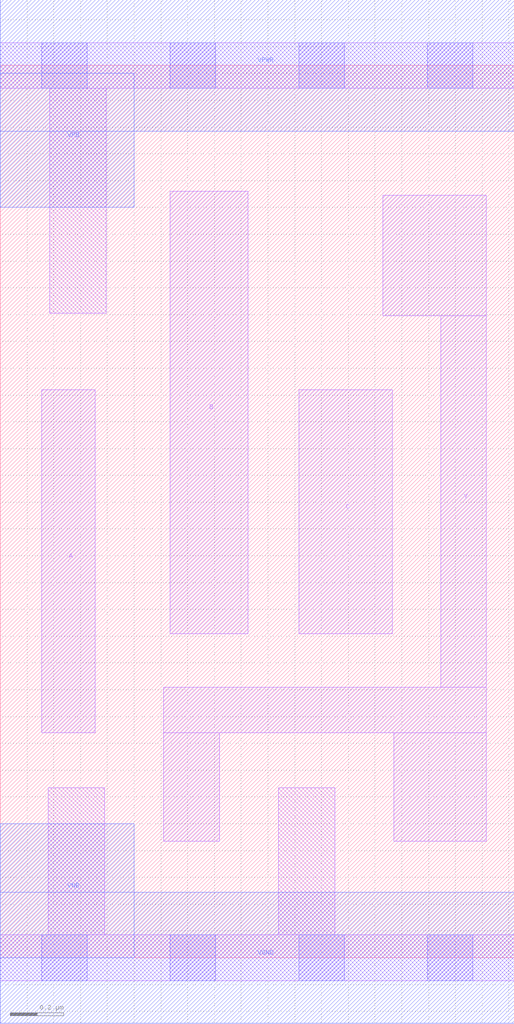
<source format=lef>
# Copyright 2020 The SkyWater PDK Authors
#
# Licensed under the Apache License, Version 2.0 (the "License");
# you may not use this file except in compliance with the License.
# You may obtain a copy of the License at
#
#     https://www.apache.org/licenses/LICENSE-2.0
#
# Unless required by applicable law or agreed to in writing, software
# distributed under the License is distributed on an "AS IS" BASIS,
# WITHOUT WARRANTIES OR CONDITIONS OF ANY KIND, either express or implied.
# See the License for the specific language governing permissions and
# limitations under the License.
#
# SPDX-License-Identifier: Apache-2.0

VERSION 5.5 ;
NAMESCASESENSITIVE ON ;
BUSBITCHARS "[]" ;
DIVIDERCHAR "/" ;
MACRO sky130_fd_sc_lp__nor3_m
  CLASS CORE ;
  SOURCE USER ;
  ORIGIN  0.000000  0.000000 ;
  SIZE  1.920000 BY  3.330000 ;
  SYMMETRY X Y R90 ;
  SITE unit ;
  PIN A
    ANTENNAGATEAREA  0.126000 ;
    DIRECTION INPUT ;
    USE SIGNAL ;
    PORT
      LAYER li1 ;
        RECT 0.155000 0.840000 0.355000 2.120000 ;
    END
  END A
  PIN B
    ANTENNAGATEAREA  0.126000 ;
    DIRECTION INPUT ;
    USE SIGNAL ;
    PORT
      LAYER li1 ;
        RECT 0.635000 1.210000 0.925000 2.860000 ;
    END
  END B
  PIN C
    ANTENNAGATEAREA  0.126000 ;
    DIRECTION INPUT ;
    USE SIGNAL ;
    PORT
      LAYER li1 ;
        RECT 1.115000 1.210000 1.465000 2.120000 ;
    END
  END C
  PIN Y
    ANTENNADIFFAREA  0.340200 ;
    DIRECTION OUTPUT ;
    USE SIGNAL ;
    PORT
      LAYER li1 ;
        RECT 0.610000 0.435000 0.820000 0.840000 ;
        RECT 0.610000 0.840000 1.815000 1.010000 ;
        RECT 1.430000 2.395000 1.815000 2.845000 ;
        RECT 1.470000 0.435000 1.815000 0.840000 ;
        RECT 1.645000 1.010000 1.815000 2.395000 ;
    END
  END Y
  PIN VGND
    DIRECTION INOUT ;
    USE GROUND ;
    PORT
      LAYER met1 ;
        RECT 0.000000 -0.245000 1.920000 0.245000 ;
    END
  END VGND
  PIN VNB
    DIRECTION INOUT ;
    USE GROUND ;
    PORT
    END
  END VNB
  PIN VPB
    DIRECTION INOUT ;
    USE POWER ;
    PORT
    END
  END VPB
  PIN VNB
    DIRECTION INOUT ;
    USE GROUND ;
    PORT
      LAYER met1 ;
        RECT 0.000000 0.000000 0.500000 0.500000 ;
    END
  END VNB
  PIN VPB
    DIRECTION INOUT ;
    USE POWER ;
    PORT
      LAYER met1 ;
        RECT 0.000000 2.800000 0.500000 3.300000 ;
    END
  END VPB
  PIN VPWR
    DIRECTION INOUT ;
    USE POWER ;
    PORT
      LAYER met1 ;
        RECT 0.000000 3.085000 1.920000 3.575000 ;
    END
  END VPWR
  OBS
    LAYER li1 ;
      RECT 0.000000 -0.085000 1.920000 0.085000 ;
      RECT 0.000000  3.245000 1.920000 3.415000 ;
      RECT 0.180000  0.085000 0.390000 0.635000 ;
      RECT 0.185000  2.405000 0.395000 3.245000 ;
      RECT 1.040000  0.085000 1.250000 0.635000 ;
    LAYER mcon ;
      RECT 0.155000 -0.085000 0.325000 0.085000 ;
      RECT 0.155000  3.245000 0.325000 3.415000 ;
      RECT 0.635000 -0.085000 0.805000 0.085000 ;
      RECT 0.635000  3.245000 0.805000 3.415000 ;
      RECT 1.115000 -0.085000 1.285000 0.085000 ;
      RECT 1.115000  3.245000 1.285000 3.415000 ;
      RECT 1.595000 -0.085000 1.765000 0.085000 ;
      RECT 1.595000  3.245000 1.765000 3.415000 ;
  END
END sky130_fd_sc_lp__nor3_m
END LIBRARY

</source>
